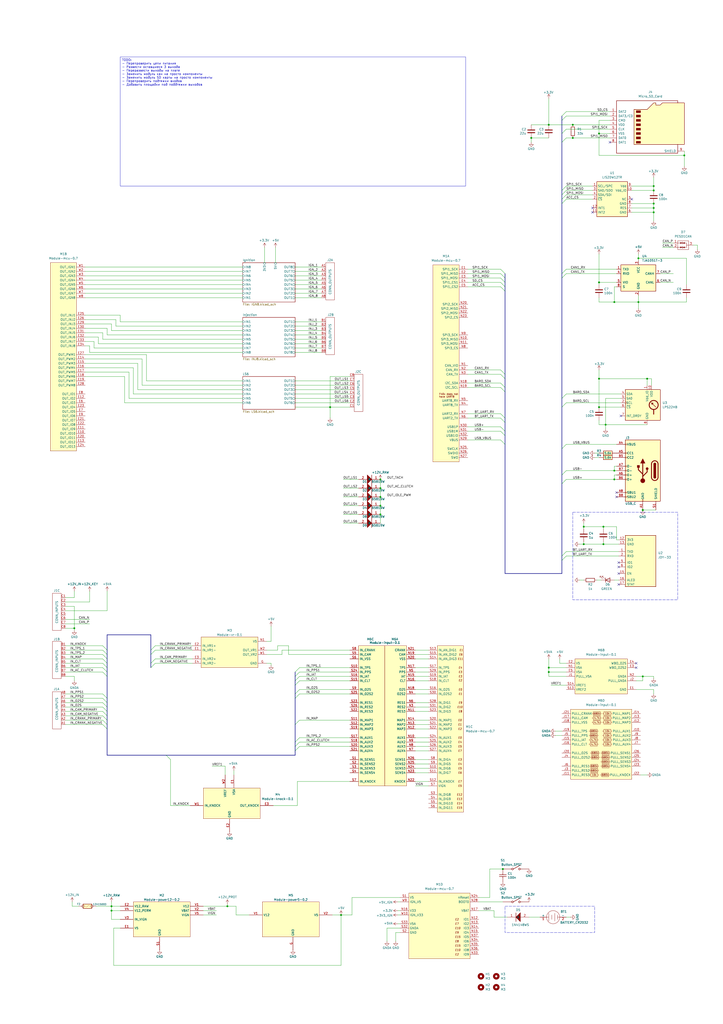
<source format=kicad_sch>
(kicad_sch (version 20250114) (generator "eeschema") (generator_version "9.0")
  (paper "A2" portrait)
  (rectangle (start 293.37 525.78) (end 345.44 541.02) (stroke (width 0) (type dash)))
  (rectangle (start 332.74 297.18) (end 393.7 347.98) (stroke (width 0) (type dash)))
  (text_box "TODO:\n- Перепроверить цепи питания\n- Развести оставшиеся 3 выхода\n- Переразвести выходы на плате\n- Заменить модуль кан на просто компоненты\n- Заменить модуль SD карты на просто компоненты\n- Перепроверить подтяжки входов\n- Добавить площадки под поддтяжки выходов" (at 69.85 33.02 0) (size 200.66 74.93) (margins 0.9525 0.9525 0.9525 0.9525) (effects (font (size 1.27 1.27)) (justify left top)))
  (junction (at 220.98 293.37))
  (junction (at 220.98 298.45))
  (junction (at 379.73 120.65))
  (junction (at 347.98 236.22))
  (junction (at 339.09 305.562))
  (junction (at 356.87 278.13))
  (junction (at 318.77 72.39))
  (junction (at 64.77 525.78))
  (junction (at 356.87 273.05))
  (junction (at 43.18 364.49))
  (junction (at 373.38 392.43))
  (junction (at 220.98 288.29))
  (junction (at 375.92 219.71))
  (junction (at 370.84 175.26))
  (junction (at 64.77 528.32))
  (junction (at 318.77 387.35))
  (junction (at 339.09 315.722))
  (junction (at 191.77 236.22))
  (junction (at 356.87 175.26))
  (junction (at 397.51 90.17))
  (junction (at 292.1 504.19))
  (junction (at 351.79 246.38))
  (junction (at 373.38 295.91) (diameter 1.016))
  (junction (at 350.52 305.562))
  (junction (at 332.74 80.01))
  (junction (at 347.98 77.47))
  (junction (at 347.98 219.71))
  (junction (at 132.08 525.78))
  (junction (at 379.73 118.11))
  (junction (at 379.73 110.49))
  (junction (at 220.98 278.13))
  (junction (at 379.73 107.95))
  (junction (at 347.98 163.83))
  (junction (at 318.77 389.89))
  (junction (at 350.52 315.722))
  (junction (at 198.12 530.86))
  (junction (at 220.98 283.21))
  (junction (at 308.61 80.01))
  (junction (at 379.73 123.19))
  (junction (at 332.74 72.39))
  (junction (at 370.84 149.86))
  (no_connect (at 359.41 339.09))
  (no_connect (at 369.57 387.35))
  (no_connect (at 369.57 384.81))
  (no_connect (at 359.41 332.74))
  (no_connect (at 344.17 123.19))
  (no_connect (at 344.17 120.65))
  (no_connect (at 359.41 326.39))
  (no_connect (at 354.33 82.55))
  (no_connect (at 367.03 115.57))
  (no_connect (at 358.14 285.75))
  (no_connect (at 359.41 328.93))
  (no_connect (at 360.68 241.3))
  (no_connect (at 358.14 288.29))
  (bus_entry (at 59.69 374.65) (size 2.54 2.54))
  (bus_entry (at 59.69 379.73) (size 2.54 2.54))
  (bus_entry (at 59.69 405.13) (size 2.54 2.54))
  (bus_entry (at 326.39 161.29) (size 2.54 -2.54))
  (bus_entry (at 90.17 377.19) (size -2.54 2.54))
  (bus_entry (at 290.83 217.17) (size 2.54 2.54))
  (bus_entry (at 173.99 387.35) (size -2.54 2.54))
  (bus_entry (at 326.39 110.49) (size 2.54 -2.54))
  (bus_entry (at 173.99 389.89) (size -2.54 2.54))
  (bus_entry (at 326.39 158.75) (size 2.54 -2.54))
  (bus_entry (at 173.99 392.43) (size -2.54 2.54))
  (bus_entry (at 326.39 69.85) (size 2.54 -2.54))
  (bus_entry (at 173.99 433.07) (size -2.54 2.54))
  (bus_entry (at 290.83 240.03) (size 2.54 2.54))
  (bus_entry (at 59.69 410.21) (size 2.54 2.54))
  (bus_entry (at 173.99 394.97) (size -2.54 2.54))
  (bus_entry (at 59.69 420.37) (size 2.54 2.54))
  (bus_entry (at 59.69 387.35) (size 2.54 2.54))
  (bus_entry (at 290.83 156.21) (size 2.54 2.54))
  (bus_entry (at 290.83 242.57) (size 2.54 2.54))
  (bus_entry (at 90.17 384.81) (size -2.54 2.54))
  (bus_entry (at 59.69 415.29) (size 2.54 2.54))
  (bus_entry (at 90.17 374.65) (size -2.54 2.54))
  (bus_entry (at 326.39 275.59) (size 2.54 -2.54))
  (bus_entry (at 290.83 255.27) (size 2.54 2.54))
  (bus_entry (at 328.93 322.58) (size -2.54 2.54))
  (bus_entry (at 326.39 82.55) (size 2.54 -2.54))
  (bus_entry (at 59.69 377.19) (size 2.54 2.54))
  (bus_entry (at 290.83 224.79) (size 2.54 2.54))
  (bus_entry (at 326.39 260.35) (size 2.54 -2.54))
  (bus_entry (at 290.83 158.75) (size 2.54 2.54))
  (bus_entry (at 326.39 67.31) (size 2.54 -2.54))
  (bus_entry (at 173.99 427.99) (size -2.54 2.54))
  (bus_entry (at 173.99 417.83) (size -2.54 2.54))
  (bus_entry (at 59.69 384.81) (size 2.54 2.54))
  (bus_entry (at 96.52 438.15) (size 2.54 2.54))
  (bus_entry (at 326.39 231.14) (size 2.54 -2.54))
  (bus_entry (at 173.99 402.59) (size -2.54 2.54))
  (bus_entry (at 90.17 382.27) (size -2.54 2.54))
  (bus_entry (at 326.39 280.67) (size 2.54 -2.54))
  (bus_entry (at 326.39 77.47) (size 2.54 -2.54))
  (bus_entry (at 59.69 402.59) (size 2.54 2.54))
  (bus_entry (at 290.83 222.25) (size 2.54 2.54))
  (bus_entry (at 326.39 236.22) (size 2.54 -2.54))
  (bus_entry (at 290.83 250.19) (size 2.54 2.54))
  (bus_entry (at 290.83 166.37) (size 2.54 2.54))
  (bus_entry (at 290.83 163.83) (size 2.54 2.54))
  (bus_entry (at 59.69 412.75) (size 2.54 2.54))
  (bus_entry (at 173.99 430.53) (size -2.54 2.54))
  (bus_entry (at 326.39 113.03) (size 2.54 -2.54))
  (bus_entry (at 59.69 382.27) (size 2.54 2.54))
  (bus_entry (at 173.99 400.05) (size -2.54 2.54))
  (bus_entry (at 59.69 417.83) (size 2.54 2.54))
  (bus_entry (at 328.93 320.04) (size -2.54 2.54))
  (bus_entry (at 326.39 118.11) (size 2.54 -2.54))
  (bus_entry (at 290.83 214.63) (size 2.54 2.54))
  (bus_entry (at 290.83 161.29) (size 2.54 2.54))
  (bus_entry (at 290.83 247.65) (size 2.54 2.54))
  (bus_entry (at 59.69 389.89) (size 2.54 2.54))
  (bus_entry (at 326.39 115.57) (size 2.54 -2.54))
  (bus_entry (at 59.69 407.67) (size 2.54 2.54))
  (wire (pts (xy 172.72 467.36) (xy 172.72 453.39)))
  (bus (pts (xy 62.23 389.89) (xy 62.23 392.43)))
  (bus (pts (xy 293.37 250.19) (xy 293.37 252.73)))
  (wire (pts (xy 130.81 449.58) (xy 130.81 444.5)))
  (wire (pts (xy 80.01 210.82) (xy 80.01 226.06)))
  (wire (pts (xy 157.48 363.22) (xy 157.48 372.11)))
  (wire (pts (xy 320.04 397.51) (xy 328.93 397.51)))
  (wire (pts (xy 332.74 72.39) (xy 354.33 72.39)))
  (wire (pts (xy 85.09 205.74) (xy 85.09 220.98)))
  (wire (pts (xy 38.1 387.35) (xy 59.69 387.35)))
  (bus (pts (xy 326.39 322.58) (xy 326.39 325.12)))
  (wire (pts (xy 57.15 199.39) (xy 140.97 199.39)))
  (wire (pts (xy 80.01 226.06) (xy 140.97 226.06)))
  (wire (pts (xy 74.93 215.9) (xy 74.93 231.14)))
  (bus (pts (xy 171.45 405.13) (xy 171.45 420.37)))
  (wire (pts (xy 64.77 191.77) (xy 64.77 187.96)))
  (wire (pts (xy 356.87 278.13) (xy 356.87 275.59)))
  (wire (pts (xy 308.61 80.01) (xy 318.77 80.01)))
  (wire (pts (xy 77.47 228.6) (xy 140.97 228.6)))
  (wire (pts (xy 271.78 255.27) (xy 290.83 255.27)))
  (wire (pts (xy 367.03 110.49) (xy 379.73 110.49)))
  (wire (pts (xy 328.93 156.21) (xy 358.14 156.21)))
  (wire (pts (xy 49.53 215.9) (xy 74.93 215.9)))
  (wire (pts (xy 62.23 190.5) (xy 49.53 190.5)))
  (wire (pts (xy 347.98 163.83) (xy 347.98 165.1)))
  (wire (pts (xy 241.3 379.73) (xy 248.92 379.73)))
  (wire (pts (xy 38.1 351.79) (xy 43.18 351.79)))
  (wire (pts (xy 38.1 405.13) (xy 59.69 405.13)))
  (wire (pts (xy 328.93 67.31) (xy 354.33 67.31)))
  (wire (pts (xy 38.1 392.43) (xy 43.18 392.43)))
  (bus (pts (xy 171.45 430.53) (xy 171.45 433.07)))
  (wire (pts (xy 173.99 430.53) (xy 203.2 430.53)))
  (bus (pts (xy 171.45 389.89) (xy 171.45 392.43)))
  (wire (pts (xy 350.52 314.452) (xy 350.52 315.722)))
  (wire (pts (xy 347.98 214.63) (xy 347.98 219.71)))
  (bus (pts (xy 62.23 405.13) (xy 62.23 407.67)))
  (wire (pts (xy 123.19 444.5) (xy 130.81 444.5)))
  (wire (pts (xy 74.93 231.14) (xy 140.97 231.14)))
  (wire (pts (xy 67.31 189.23) (xy 140.97 189.23)))
  (wire (pts (xy 328.93 320.04) (xy 359.41 320.04)))
  (wire (pts (xy 241.3 433.07) (xy 248.92 433.07)))
  (wire (pts (xy 241.3 448.31) (xy 248.92 448.31)))
  (bus (pts (xy 293.37 219.71) (xy 293.37 224.79)))
  (wire (pts (xy 220.98 278.13) (xy 220.98 283.21)))
  (wire (pts (xy 271.78 161.29) (xy 290.83 161.29)))
  (wire (pts (xy 347.98 219.71) (xy 375.92 219.71)))
  (wire (pts (xy 370.84 149.86) (xy 398.78 149.86)))
  (wire (pts (xy 350.52 315.722) (xy 359.41 315.722)))
  (wire (pts (xy 347.98 246.38) (xy 351.79 246.38)))
  (wire (pts (xy 351.79 246.38) (xy 351.79 248.92)))
  (bus (pts (xy 87.63 368.3) (xy 62.23 368.3)))
  (wire (pts (xy 383.54 163.83) (xy 391.16 163.83)))
  (wire (pts (xy 64.77 528.32) (xy 64.77 525.78)))
  (bus (pts (xy 326.39 67.31) (xy 326.39 69.85)))
  (wire (pts (xy 64.77 533.4) (xy 64.77 528.32)))
  (wire (pts (xy 171.45 231.14) (xy 203.2 231.14)))
  (wire (pts (xy 241.3 377.19) (xy 248.92 377.19)))
  (bus (pts (xy 87.63 377.19) (xy 87.63 368.3)))
  (wire (pts (xy 43.18 351.79) (xy 43.18 364.49)))
  (wire (pts (xy 284.48 520.7) (xy 284.48 504.19)))
  (wire (pts (xy 375.92 449.58) (xy 372.11 449.58)))
  (wire (pts (xy 38.1 374.65) (xy 59.69 374.65)))
  (wire (pts (xy 135.89 449.58) (xy 135.89 447.04)))
  (wire (pts (xy 328.93 392.43) (xy 318.77 392.43)))
  (wire (pts (xy 241.3 407.67) (xy 248.92 407.67)))
  (wire (pts (xy 43.18 364.49) (xy 43.18 365.76)))
  (wire (pts (xy 278.13 520.7) (xy 284.48 520.7)))
  (bus (pts (xy 62.23 438.15) (xy 96.52 438.15)))
  (wire (pts (xy 367.03 118.11) (xy 379.73 118.11)))
  (wire (pts (xy 173.99 433.07) (xy 203.2 433.07)))
  (wire (pts (xy 367.03 120.65) (xy 379.73 120.65)))
  (bus (pts (xy 171.45 402.59) (xy 171.45 405.13)))
  (bus (pts (xy 326.39 231.14) (xy 326.39 236.22)))
  (bus (pts (xy 171.45 433.07) (xy 171.45 435.61)))
  (wire (pts (xy 69.85 533.4) (xy 64.77 533.4)))
  (bus (pts (xy 62.23 384.81) (xy 62.23 387.35)))
  (wire (pts (xy 318.77 72.39) (xy 318.77 57.15)))
  (wire (pts (xy 339.09 305.562) (xy 350.52 305.562)))
  (bus (pts (xy 326.39 236.22) (xy 326.39 260.35)))
  (wire (pts (xy 231.14 523.24) (xy 232.41 523.24)))
  (wire (pts (xy 331.47 532.13) (xy 328.93 532.13)))
  (wire (pts (xy 171.45 157.48) (xy 186.69 157.48)))
  (wire (pts (xy 208.28 288.29) (xy 199.39 288.29)))
  (wire (pts (xy 271.78 166.37) (xy 290.83 166.37)))
  (wire (pts (xy 137.16 530.86) (xy 144.78 530.86)))
  (wire (pts (xy 153.67 143.51) (xy 153.67 152.4)))
  (wire (pts (xy 49.53 185.42) (xy 67.31 185.42)))
  (wire (pts (xy 82.55 223.52) (xy 140.97 223.52)))
  (bus (pts (xy 293.37 166.37) (xy 293.37 168.91)))
  (wire (pts (xy 49.53 157.48) (xy 140.97 157.48)))
  (wire (pts (xy 397.51 90.17) (xy 397.51 87.63)))
  (wire (pts (xy 163.83 379.73) (xy 154.94 379.73)))
  (wire (pts (xy 241.3 389.89) (xy 248.92 389.89)))
  (wire (pts (xy 140.97 233.68) (xy 72.39 233.68)))
  (wire (pts (xy 241.3 400.05) (xy 248.92 400.05)))
  (wire (pts (xy 241.3 402.59) (xy 248.92 402.59)))
  (bus (pts (xy 326.39 260.35) (xy 326.39 275.59)))
  (bus (pts (xy 96.52 438.15) (xy 171.45 438.15)))
  (wire (pts (xy 203.2 377.19) (xy 163.83 377.19)))
  (wire (pts (xy 367.03 107.95) (xy 379.73 107.95)))
  (wire (pts (xy 271.78 217.17) (xy 290.83 217.17)))
  (wire (pts (xy 328.93 273.05) (xy 356.87 273.05)))
  (wire (pts (xy 229.87 546.1) (xy 229.87 541.02)))
  (wire (pts (xy 347.98 163.83) (xy 347.98 147.32)))
  (wire (pts (xy 339.09 314.452) (xy 339.09 315.722)))
  (wire (pts (xy 193.04 530.86) (xy 198.12 530.86)))
  (bus (pts (xy 62.23 377.19) (xy 62.23 379.73)))
  (wire (pts (xy 64.77 187.96) (xy 49.53 187.96)))
  (wire (pts (xy 345.44 262.89) (xy 347.98 262.89)))
  (wire (pts (xy 85.09 220.98) (xy 140.97 220.98)))
  (wire (pts (xy 318.77 392.43) (xy 318.77 389.89)))
  (wire (pts (xy 66.04 560.07) (xy 66.04 538.48)))
  (wire (pts (xy 398.78 149.86) (xy 398.78 165.1)))
  (bus (pts (xy 326.39 280.67) (xy 326.39 322.58)))
  (wire (pts (xy 241.3 445.77) (xy 248.92 445.77)))
  (wire (pts (xy 171.45 236.22) (xy 191.77 236.22)))
  (wire (pts (xy 67.31 189.23) (xy 67.31 185.42)))
  (wire (pts (xy 308.61 72.39) (xy 318.77 72.39)))
  (wire (pts (xy 220.98 283.21) (xy 220.98 288.29)))
  (wire (pts (xy 49.53 210.82) (xy 80.01 210.82)))
  (wire (pts (xy 49.53 208.28) (xy 82.55 208.28)))
  (wire (pts (xy 356.87 273.05) (xy 356.87 270.51)))
  (wire (pts (xy 171.45 233.68) (xy 203.2 233.68)))
  (wire (pts (xy 360.68 231.14) (xy 351.79 231.14)))
  (wire (pts (xy 278.13 523.24) (xy 292.1 523.24)))
  (bus (pts (xy 326.39 82.55) (xy 326.39 110.49)))
  (wire (pts (xy 232.41 535.94) (xy 231.14 535.94)))
  (wire (pts (xy 64.77 525.78) (xy 69.85 525.78)))
  (wire (pts (xy 347.98 175.26) (xy 356.87 175.26)))
  (wire (pts (xy 59.69 412.75) (xy 38.1 412.75)))
  (wire (pts (xy 381 295.91) (xy 373.38 295.91)))
  (wire (pts (xy 173.99 394.97) (xy 203.2 394.97)))
  (wire (pts (xy 405.13 142.24) (xy 405.13 144.78)))
  (wire (pts (xy 64.77 191.77) (xy 140.97 191.77)))
  (wire (pts (xy 157.48 384.81) (xy 157.48 386.08)))
  (wire (pts (xy 59.69 193.04) (xy 49.53 193.04)))
  (wire (pts (xy 354.33 69.85) (xy 347.98 69.85)))
  (wire (pts (xy 384.81 140.97) (xy 391.16 140.97)))
  (bus (pts (xy 293.37 242.57) (xy 293.37 245.11)))
  (wire (pts (xy 379.73 110.49) (xy 379.73 107.95)))
  (wire (pts (xy 38.1 417.83) (xy 59.69 417.83)))
  (wire (pts (xy 347.98 236.22) (xy 347.98 219.71)))
  (wire (pts (xy 132.08 525.78) (xy 137.16 525.78)))
  (wire (pts (xy 241.3 443.23) (xy 248.92 443.23)))
  (wire (pts (xy 54.61 201.93) (xy 54.61 198.12)))
  (wire (pts (xy 137.16 525.78) (xy 137.16 530.86)))
  (wire (pts (xy 204.47 530.86) (xy 198.12 530.86)))
  (bus (pts (xy 62.23 415.29) (xy 62.23 417.83)))
  (wire (pts (xy 271.78 247.65) (xy 290.83 247.65)))
  (wire (pts (xy 358.14 278.13) (xy 356.87 278.13)))
  (bus (pts (xy 293.37 227.33) (xy 293.37 242.57)))
  (wire (pts (xy 62.23 194.31) (xy 62.23 190.5)))
  (wire (pts (xy 379.73 123.19) (xy 379.73 128.27)))
  (wire (pts (xy 224.79 538.48) (xy 224.79 546.1)))
  (wire (pts (xy 271.78 156.21) (xy 290.83 156.21)))
  (wire (pts (xy 336.55 336.55) (xy 339.09 336.55)))
  (wire (pts (xy 43.18 392.43) (xy 43.18 394.97)))
  (wire (pts (xy 57.15 199.39) (xy 57.15 195.58)))
  (wire (pts (xy 38.1 410.21) (xy 59.69 410.21)))
  (wire (pts (xy 132.08 524.51) (xy 132.08 525.78)))
  (wire (pts (xy 52.07 204.47) (xy 140.97 204.47)))
  (bus (pts (xy 62.23 382.27) (xy 62.23 384.81)))
  (wire (pts (xy 49.53 213.36) (xy 77.47 213.36)))
  (wire (pts (xy 90.17 374.65) (xy 111.76 374.65)))
  (wire (pts (xy 38.1 402.59) (xy 59.69 402.59)))
  (bus (pts (xy 326.39 77.47) (xy 326.39 82.55)))
  (wire (pts (xy 171.45 228.6) (xy 203.2 228.6)))
  (wire (pts (xy 154.94 384.81) (xy 157.48 384.81)))
  (wire (pts (xy 356.87 166.37) (xy 356.87 175.26)))
  (wire (pts (xy 241.3 440.69) (xy 248.92 440.69)))
  (wire (pts (xy 328.93 80.01) (xy 332.74 80.01)))
  (wire (pts (xy 241.3 420.37) (xy 248.92 420.37)))
  (wire (pts (xy 38.1 364.49) (xy 43.18 364.49)))
  (wire (pts (xy 241.3 455.93) (xy 248.92 455.93)))
  (bus (pts (xy 62.23 420.37) (xy 62.23 422.91)))
  (wire (pts (xy 173.99 400.05) (xy 203.2 400.05)))
  (wire (pts (xy 241.3 410.21) (xy 248.92 410.21)))
  (wire (pts (xy 171.45 154.94) (xy 186.69 154.94)))
  (wire (pts (xy 271.78 163.83) (xy 290.83 163.83)))
  (wire (pts (xy 220.98 293.37) (xy 220.98 298.45)))
  (wire (pts (xy 308.61 80.01) (xy 308.61 82.55)))
  (bus (pts (xy 326.39 113.03) (xy 326.39 115.57)))
  (wire (pts (xy 69.85 182.88) (xy 49.53 182.88)))
  (wire (pts (xy 241.3 382.27) (xy 248.92 382.27)))
  (wire (pts (xy 204.47 520.7) (xy 204.47 530.86)))
  (wire (pts (xy 287.02 532.13) (xy 287.02 528.32)))
  (wire (pts (xy 99.06 440.69) (xy 99.06 467.36)))
  (wire (pts (xy 220.98 288.29) (xy 220.98 293.37)))
  (wire (pts (xy 49.53 170.18) (xy 140.97 170.18)))
  (wire (pts (xy 203.2 402.59) (xy 173.99 402.59)))
  (wire (pts (xy 347.98 77.47) (xy 354.33 77.47)))
  (wire (pts (xy 161.29 377.19) (xy 161.29 374.65)))
  (wire (pts (xy 69.85 186.69) (xy 140.97 186.69)))
  (wire (pts (xy 52.07 204.47) (xy 52.07 200.66)))
  (wire (pts (xy 41.91 525.78) (xy 45.72 525.78)))
  (wire (pts (xy 350.52 305.562) (xy 350.52 306.832)))
  (bus (pts (xy 171.45 392.43) (xy 171.45 394.97)))
  (bus (pts (xy 62.23 379.73) (xy 62.23 382.27)))
  (wire (pts (xy 370.84 171.45) (xy 370.84 175.26)))
  (wire (pts (xy 171.45 162.56) (xy 186.69 162.56)))
  (wire (pts (xy 172.72 453.39) (xy 203.2 453.39)))
  (wire (pts (xy 191.77 218.44) (xy 191.77 236.22)))
  (wire (pts (xy 241.3 422.91) (xy 248.92 422.91)))
  (wire (pts (xy 43.18 346.71) (xy 43.18 342.9)))
  (bus (pts (xy 293.37 163.83) (xy 293.37 166.37)))
  (wire (pts (xy 241.3 430.53) (xy 248.92 430.53)))
  (bus (pts (xy 87.63 384.81) (xy 87.63 379.73)))
  (wire (pts (xy 402.59 142.24) (xy 405.13 142.24)))
  (wire (pts (xy 322.58 424.18) (xy 326.39 424.18)))
  (wire (pts (xy 69.85 186.69) (xy 69.85 182.88)))
  (wire (pts (xy 347.98 172.72) (xy 347.98 175.26)))
  (wire (pts (xy 171.45 160.02) (xy 186.69 160.02)))
  (wire (pts (xy 284.48 504.19) (xy 292.1 504.19)))
  (wire (pts (xy 59.69 196.85) (xy 59.69 193.04)))
  (wire (pts (xy 332.74 80.01) (xy 354.33 80.01)))
  (wire (pts (xy 171.45 220.98) (xy 203.2 220.98)))
  (wire (pts (xy 231.14 530.86) (xy 232.41 530.86)))
  (wire (pts (xy 171.45 172.72) (xy 186.69 172.72)))
  (wire (pts (xy 271.78 214.63) (xy 290.83 214.63)))
  (wire (pts (xy 271.78 222.25) (xy 290.83 222.25)))
  (wire (pts (xy 49.53 172.72) (xy 140.97 172.72)))
  (wire (pts (xy 171.45 226.06) (xy 203.2 226.06)))
  (wire (pts (xy 59.69 196.85) (xy 140.97 196.85)))
  (wire (pts (xy 171.45 199.39) (xy 186.69 199.39)))
  (wire (pts (xy 358.14 313.182) (xy 358.14 305.562)))
  (wire (pts (xy 241.3 453.39) (xy 248.92 453.39)))
  (wire (pts (xy 328.93 64.77) (xy 354.33 64.77)))
  (bus (pts (xy 62.23 422.91) (xy 62.23 438.15)))
  (wire (pts (xy 232.41 520.7) (xy 204.47 520.7)))
  (bus (pts (xy 293.37 332.74) (xy 326.39 332.74)))
  (wire (pts (xy 350.52 305.562) (xy 358.14 305.562)))
  (wire (pts (xy 345.44 265.43) (xy 347.98 265.43)))
  (wire (pts (xy 318.77 72.39) (xy 332.74 72.39)))
  (wire (pts (xy 328.93 107.95) (xy 344.17 107.95)))
  (wire (pts (xy 379.73 392.43) (xy 379.73 393.7)))
  (wire (pts (xy 171.45 165.1) (xy 186.69 165.1)))
  (wire (pts (xy 77.47 213.36) (xy 77.47 228.6)))
  (wire (pts (xy 360.68 236.22) (xy 347.98 236.22)))
  (wire (pts (xy 203.2 392.43) (xy 173.99 392.43)))
  (wire (pts (xy 328.93 158.75) (xy 358.14 158.75)))
  (wire (pts (xy 38.1 377.19) (xy 59.69 377.19)))
  (bus (pts (xy 326.39 158.75) (xy 326.39 161.29)))
  (wire (pts (xy 82.55 208.28) (xy 82.55 223.52)))
  (wire (pts (xy 347.98 90.17) (xy 397.51 90.17)))
  (wire (pts (xy 229.87 541.02) (xy 232.41 541.02)))
  (wire (pts (xy 38.1 407.67) (xy 59.69 407.67)))
  (wire (pts (xy 328.93 228.6) (xy 360.68 228.6)))
  (bus (pts (xy 293.37 161.29) (xy 293.37 163.83)))
  (wire (pts (xy 369.57 400.05) (xy 379.73 400.05)))
  (wire (pts (xy 358.14 163.83) (xy 347.98 163.83)))
  (wire (pts (xy 358.14 270.51) (xy 356.87 270.51)))
  (wire (pts (xy 339.09 305.562) (xy 339.09 306.832)))
  (wire (pts (xy 49.53 160.02) (xy 140.97 160.02)))
  (wire (pts (xy 287.02 532.13) (xy 294.64 532.13)))
  (wire (pts (xy 171.45 201.93) (xy 186.69 201.93)))
  (wire (pts (xy 271.78 240.03) (xy 290.83 240.03)))
  (wire (pts (xy 191.77 236.22) (xy 203.2 236.22)))
  (wire (pts (xy 160.02 143.51) (xy 160.02 152.4)))
  (wire (pts (xy 64.77 523.24) (xy 64.77 525.78)))
  (wire (pts (xy 379.73 120.65) (xy 379.73 123.19)))
  (wire (pts (xy 328.93 115.57) (xy 344.17 115.57)))
  (wire (pts (xy 158.75 467.36) (xy 172.72 467.36)))
  (bus (pts (xy 326.39 275.59) (xy 326.39 280.67)))
  (wire (pts (xy 339.09 303.53) (xy 339.09 305.562)))
  (wire (pts (xy 191.77 236.22) (xy 191.77 242.57)))
  (wire (pts (xy 346.71 336.55) (xy 349.25 336.55)))
  (bus (pts (xy 171.45 394.97) (xy 171.45 397.51)))
  (wire (pts (xy 38.1 346.71) (xy 43.18 346.71)))
  (wire (pts (xy 49.53 162.56) (xy 140.97 162.56)))
  (wire (pts (xy 41.91 523.24) (xy 41.91 525.78)))
  (wire (pts (xy 232.41 528.32) (xy 231.14 528.32)))
  (wire (pts (xy 198.12 560.07) (xy 66.04 560.07)))
  (bus (pts (xy 326.39 115.57) (xy 326.39 118.11)))
  (wire (pts (xy 318.77 389.89) (xy 318.77 387.35)))
  (wire (pts (xy 351.79 246.38) (xy 375.92 246.38)))
  (wire (pts (xy 208.28 303.53) (xy 199.39 303.53)))
  (wire (pts (xy 72.39 233.68) (xy 72.39 218.44)))
  (wire (pts (xy 59.69 384.81) (xy 38.1 384.81)))
  (bus (pts (xy 326.39 118.11) (xy 326.39 158.75)))
  (wire (pts (xy 203.2 417.83) (xy 173.99 417.83)))
  (bus (pts (xy 62.23 392.43) (xy 62.23 405.13)))
  (wire (pts (xy 173.99 389.89) (xy 203.2 389.89)))
  (wire (pts (xy 90.17 384.81) (xy 111.76 384.81)))
  (wire (pts (xy 171.45 191.77) (xy 186.69 191.77)))
  (wire (pts (xy 241.3 394.97) (xy 248.92 394.97)))
  (wire (pts (xy 318.77 382.27) (xy 318.77 387.35)))
  (wire (pts (xy 72.39 218.44) (xy 49.53 218.44)))
  (wire (pts (xy 163.83 377.19) (xy 163.83 379.73)))
  (wire (pts (xy 90.17 377.19) (xy 111.76 377.19)))
  (wire (pts (xy 171.45 167.64) (xy 186.69 167.64)))
  (bus (pts (xy 293.37 168.91) (xy 293.37 217.17)))
  (wire (pts (xy 154.94 372.11) (xy 157.48 372.11)))
  (wire (pts (xy 171.45 196.85) (xy 186.69 196.85)))
  (wire (pts (xy 62.23 354.33) (xy 38.1 354.33)))
  (wire (pts (xy 167.64 374.65) (xy 167.64 379.73)))
  (wire (pts (xy 173.99 427.99) (xy 203.2 427.99)))
  (wire (pts (xy 203.2 218.44) (xy 191.77 218.44)))
  (bus (pts (xy 293.37 252.73) (xy 293.37 257.81)))
  (wire (pts (xy 171.45 170.18) (xy 186.69 170.18)))
  (wire (pts (xy 49.53 167.64) (xy 140.97 167.64)))
  (wire (pts (xy 313.69 532.13) (xy 307.34 532.13)))
  (wire (pts (xy 208.28 298.45) (xy 199.39 298.45)))
  (wire (pts (xy 367.03 123.19) (xy 379.73 123.19)))
  (wire (pts (xy 328.93 384.81) (xy 325.12 384.81)))
  (wire (pts (xy 54.61 198.12) (xy 49.53 198.12)))
  (bus (pts (xy 293.37 224.79) (xy 293.37 227.33)))
  (bus (pts (xy 62.23 410.21) (xy 62.23 412.75)))
  (wire (pts (xy 38.1 382.27) (xy 59.69 382.27)))
  (bus (pts (xy 326.39 161.29) (xy 326.39 231.14)))
  (wire (pts (xy 52.07 200.66) (xy 49.53 200.66)))
  (wire (pts (xy 356.87 336.55) (xy 359.41 336.55)))
  (bus (pts (xy 293.37 245.11) (xy 293.37 250.19)))
  (wire (pts (xy 383.54 158.75) (xy 391.16 158.75)))
  (wire (pts (xy 328.93 322.58) (xy 359.41 322.58)))
  (wire (pts (xy 328.93 257.81) (xy 358.14 257.81)))
  (wire (pts (xy 171.45 223.52) (xy 203.2 223.52)))
  (wire (pts (xy 325.12 382.27) (xy 325.12 384.81)))
  (wire (pts (xy 397.51 90.17) (xy 397.51 96.52)))
  (wire (pts (xy 49.53 154.94) (xy 140.97 154.94)))
  (wire (pts (xy 328.93 110.49) (xy 344.17 110.49)))
  (wire (pts (xy 49.53 165.1) (xy 140.97 165.1)))
  (wire (pts (xy 336.55 315.722) (xy 339.09 315.722)))
  (wire (pts (xy 398.78 175.26) (xy 370.84 175.26)))
  (wire (pts (xy 375.92 219.71) (xy 378.46 219.71)))
  (wire (pts (xy 54.61 201.93) (xy 140.97 201.93)))
  (wire (pts (xy 241.3 387.35) (xy 248.92 387.35)))
  (wire (pts (xy 38.1 361.95) (xy 52.07 361.95)))
  (wire (pts (xy 369.57 394.97) (xy 373.38 394.97)))
  (wire (pts (xy 378.46 223.52) (xy 378.46 219.71)))
  (wire (pts (xy 347.98 243.84) (xy 347.98 246.38)))
  (bus (pts (xy 87.63 379.73) (xy 87.63 377.19)))
  (wire (pts (xy 241.3 412.75) (xy 248.92 412.75)))
  (wire (pts (xy 287.02 528.32) (xy 278.13 528.32)))
  (wire (pts (xy 359.41 313.182) (xy 358.14 313.182)))
  (wire (pts (xy 384.81 143.51) (xy 391.16 143.51)))
  (wire (pts (xy 99.06 467.36) (xy 110.49 467.36)))
  (bus (pts (xy 293.37 257.81) (xy 293.37 332.74)))
  (wire (pts (xy 62.23 342.9) (xy 62.23 354.33)))
  (wire (pts (xy 379.73 107.95) (xy 379.73 102.87)))
  (wire (pts (xy 328.93 233.68) (xy 360.68 233.68)))
  (wire (pts (xy 358.14 166.37) (xy 356.87 166.37)))
  (wire (pts (xy 69.85 528.32) (xy 64.77 528.32)))
  (wire (pts (xy 232.41 538.48) (xy 224.79 538.48)))
  (wire (pts (xy 118.11 528.32) (xy 125.73 528.32)))
  (wire (pts (xy 241.3 427.99) (xy 248.92 427.99)))
  (wire (pts (xy 351.79 231.14) (xy 351.79 246.38)))
  (bus (pts (xy 62.23 407.67) (xy 62.23 410.21)))
  (wire (pts (xy 171.45 186.69) (xy 186.69 186.69)))
  (wire (pts (xy 339.09 315.722) (xy 350.52 315.722)))
  (wire (pts (xy 38.1 415.29) (xy 59.69 415.29)))
  (wire (pts (xy 241.3 392.43) (xy 248.92 392.43)))
  (wire (pts (xy 38.1 420.37) (xy 59.69 420.37)))
  (wire (pts (xy 369.57 392.43) (xy 373.38 392.43)))
  (wire (pts (xy 328.93 113.03) (xy 344.17 113.03)))
  (wire (pts (xy 379.73 400.05) (xy 379.73 402.59)))
  (wire (pts (xy 173.99 387.35) (xy 203.2 387.35)))
  (wire (pts (xy 358.14 273.05) (xy 356.87 273.05)))
  (bus (pts (xy 326.39 325.12) (xy 326.39 332.74)))
  (wire (pts (xy 198.12 530.86) (xy 198.12 560.07)))
  (wire (pts (xy 322.58 426.72) (xy 326.39 426.72)))
  (bus (pts (xy 171.45 435.61) (xy 171.45 438.15)))
  (wire (pts (xy 208.28 278.13) (xy 199.39 278.13)))
  (bus (pts (xy 62.23 417.83) (xy 62.23 420.37)))
  (wire (pts (xy 318.77 387.35) (xy 328.93 387.35)))
  (wire (pts (xy 398.78 172.72) (xy 398.78 175.26)))
  (wire (pts (xy 271.78 224.79) (xy 290.83 224.79)))
  (wire (pts (xy 373.38 394.97) (xy 373.38 392.43)))
  (wire (pts (xy 38.1 389.89) (xy 59.69 389.89)))
  (wire (pts (xy 118.11 525.78) (xy 132.08 525.78)))
  (wire (pts (xy 375.92 223.52) (xy 375.92 219.71)))
  (wire (pts (xy 38.1 359.41) (xy 52.07 359.41)))
  (wire (pts (xy 271.78 250.19) (xy 290.83 250.19)))
  (wire (pts (xy 328.93 74.93) (xy 354.33 74.93)))
  (wire (pts (xy 347.98 77.47) (xy 347.98 90.17)))
  (wire (pts (xy 55.88 525.78) (xy 64.77 525.78)))
  (wire (pts (xy 220.98 298.45) (xy 220.98 303.53)))
  (wire (pts (xy 161.29 374.65) (xy 167.64 374.65)))
  (bus (pts (xy 62.23 368.3) (xy 62.23 377.19)))
  (wire (pts (xy 62.23 194.31) (xy 140.97 194.31)))
  (wire (pts (xy 59.69 379.73) (xy 38.1 379.73)))
  (wire (pts (xy 66.04 538.48) (xy 69.85 538.48)))
  (wire (pts (xy 171.45 189.23) (xy 186.69 189.23)))
  (wire (pts (xy 271.78 158.75) (xy 290.83 158.75)))
  (wire (pts (xy 241.3 435.61) (xy 248.92 435.61)))
  (bus (pts (xy 326.39 110.49) (xy 326.39 113.03)))
  (wire (pts (xy 154.94 377.19) (xy 161.29 377.19)))
  (bus (pts (xy 293.37 217.17) (xy 293.37 219.71)))
  (bus (pts (xy 326.39 69.85) (xy 326.39 77.47)))
  (wire (pts (xy 271.78 242.57) (xy 290.83 242.57)))
  (wire (pts (xy 52.07 349.25) (xy 52.07 342.9)))
  (wire (pts (xy 241.3 417.83) (xy 248.92 417.83)))
  (wire (pts (xy 356.87 175.26) (xy 370.84 175.26)))
  (wire (pts (xy 49.53 205.74) (xy 85.09 205.74)))
  (bus (pts (xy 62.23 412.75) (xy 62.23 415.29)))
  (wire (pts (xy 171.45 194.31) (xy 186.69 194.31)))
  (wire (pts (xy 208.28 293.37) (xy 199.39 293.37)))
  (wire (pts (xy 38.1 349.25) (xy 52.07 349.25)))
  (bus (pts (xy 171.45 420.37) (xy 171.45 430.53)))
  (bus (pts (xy 171.45 397.51) (xy 171.45 402.59)))
  (wire (pts (xy 370.84 147.32) (xy 370.84 149.86)))
  (wire (pts (xy 373.38 392.43) (xy 379.73 392.43)))
  (wire (pts (xy 208.28 283.21) (xy 199.39 283.21)))
  (wire (pts (xy 358.14 275.59) (xy 356.87 275.59)))
  (wire (pts (xy 167.64 379.73) (xy 203.2 379.73)))
  (bus (pts (xy 62.23 387.35) (xy 62.23 389.89)))
  (wire (pts (xy 328.93 389.89) (xy 318.77 389.89)))
  (bus (pts (xy 87.63 387.35) (xy 87.63 384.81)))
  (wire (pts (xy 328.93 278.13) (xy 356.87 278.13)))
  (wire (pts (xy 379.73 118.11) (xy 379.73 120.65)))
  (wire (pts (xy 57.15 195.58) (xy 49.53 195.58)))
  (wire (pts (xy 347.98 69.85) (xy 347.98 77.47)))
  (wire (pts (xy 90.17 382.27) (xy 111.76 382.27)))
  (wire (pts (xy 370.84 175.26) (xy 370.84 179.07)))
  (wire (pts (xy 118.11 530.86) (xy 125.73 530.86)))
  (bus (pts (xy 293.37 158.75) (xy 293.37 161.29)))
  (wire (pts (xy 171.45 204.47) (xy 186.69 204.47)))
  (wire (pts (xy 370.84 149.86) (xy 370.84 151.13)))
  (label "IN_O2S2" (at 177.8 402.59 0))
  (label "SPI1_SCK" (at 274.32 156.21 0))
  (label "IN_CAM_NEGATIVE" (at 92.71 384.81 0))
  (label "USB-" (at 332.74 273.05 0))
  (label "IN_O2S2" (at 40.64 407.67 0))
  (label "IN_PPS2" (at 177.8 433.07 0))
  (label "OUT_LS4" (at 199.39 293.37 0))
  (label "IN_MAP" (at 40.64 382.27 0))
  (label "OUT_TACH" (at 224.79 278.13 0))
  (label "INJ_8" (at 179.07 204.47 0))
  (label "INJ_7" (at 179.07 201.93 0))
  (label "OUT_LS1" (at 194.31 220.98 0))
  (label "IN_AC_CLUTCH" (at 40.64 389.89 0))
  (label "IN_KNOCK" (at 100.33 467.36 0))
  (label "SPI1_MOSI" (at 353.06 67.31 180))
  (label "BARO_SDA" (at 332.74 228.6 0))
  (label "USB+" (at 332.74 278.13 0))
  (label "IN_PPS1" (at 40.64 402.59 0))
  (label "IGN_4" (at 179.07 162.56 0))
  (label "USB_VBUS" (at 332.74 257.81 0))
  (label "BT_UART_RX" (at 275.59 240.03 0))
  (label "OUT_AC_CLUTCH" (at 224.79 283.21 0))
  (label "INJ_5" (at 179.07 196.85 0))
  (label "VREF1" (at 123.19 444.5 0))
  (label "INJ_3" (at 179.07 191.77 0))
  (label "VIGN" (at 241.3 455.93 0))
  (label "CAN1_RX" (at 275.59 214.63 0))
  (label "SPI1_MOSI" (at 274.32 161.29 0))
  (label "IN_KNOCK" (at 40.64 374.65 0))
  (label "SPI1_MISO" (at 353.06 80.01 180))
  (label "CAN1_TX" (at 331.47 158.75 0))
  (label "OUT_LS5" (at 194.31 231.14 0))
  (label "OUT_LS4" (at 194.1498 228.6 0))
  (label "BT_UART_TX" (at 332.74 322.58 0))
  (label "SPI1_MOSI" (at 328.93 113.03 0))
  (label "VREF1" (at 320.04 397.51 0))
  (label "OUT_LS3" (at 194.2176 226.06 0))
  (label "IN_CRANK_NEGATIVE" (at 92.71 377.19 0))
  (label "IN_MAP" (at 177.8 417.83 0))
  (label "IN_CLT" (at 40.64 384.81 0))
  (label "IN_IAT" (at 40.64 387.35 0))
  (label "IGN_8" (at 179.07 172.72 0))
  (label "BARO_SCL" (at 275.59 224.79 0))
  (label "OUT_LS2" (at 194.2693 223.52 0))
  (label "IN_TPS_1" (at 40.64 377.19 0))
  (label "INJ_4" (at 179.07 194.31 0))
  (label "IN_PPS1" (at 177.8 389.89 0))
  (label "CAN_P" (at 384.81 140.97 0))
  (label "IN_TPS_1" (at 177.8 387.35 0))
  (label "INJ_1" (at 179.07 186.69 0))
  (label "OUT_LS5" (at 199.39 298.45 0))
  (label "CAN_P" (at 383.54 158.75 0))
  (label "IN_CRANK_NEGATIVE" (at 40.64 420.37 0))
  (label "IN_IAT" (at 177.8 392.43 0))
  (label "CAN_N" (at 45.72 359.41 0))
  (label "IN_CAM_NEGATIVE" (at 40.64 415.29 0))
  (label "OUT_LS3" (at 199.39 288.29 0))
  (label "USB_VBUS" (at 275.59 255.27 0))
  (label "USB+" (at 275.59 247.65 0))
  (label "IN_TPS_2" (at 40.64 379.73 0))
  (label "CAN1_TX" (at 275.59 217.17 0))
  (label "IN_O2S" (at 40.64 410.21 0))
  (label "SD_CS" (at 274.32 163.83 0))
  (label "SPI1_MISO" (at 328.93 110.49 0))
  (label "IN_TPS_2" (at 177.8 427.99 0))
  (label "IN_AC_CLUTCH" (at 177.8 430.53 0))
  (label "SPI1_SCK" (at 328.93 107.95 0))
  (label "IGN_2" (at 179.07 157.48 0))
  (label "BT_UART_RX" (at 332.74 320.04 0))
  (label "ACC_CS" (at 328.93 115.57 0))
  (label "VBAT" (at 120.65 528.32 0))
  (label "CAN1_RX" (at 331.47 156.21 0))
  (label "IN_PPS2" (at 40.64 405.13 0))
  (label "IGN_1" (at 179.07 154.94 0))
  (label "IGN_5" (at 179.07 165.1 0))
  (label "IN_CAM_PRIMARY" (at 92.71 382.27 0))
  (label "OUT_LS2" (at 199.39 283.21 0))
  (label "BARO_SDA" (at 275.59 222.25 0))
  (label "SD_CS" (at 353.06 64.77 180))
  (label "CAN_P" (at 45.72 361.95 0))
  (label "VIGN" (at 120.65 530.86 0))
  (label "USB-" (at 275.59 250.19 0))
  (label "SPI1_SCK" (at 353.06 74.93 180))
  (label "OUT_LS6" (at 199.39 303.53 0))
  (label "OUT_LS1" (at 199.39 278.13 0))
  (label "IGN_6" (at 179.07 167.64 0))
  (label "CAN_N" (at 383.54 163.83 0))
  (label "OUT_LS6" (at 194.31 233.68 0))
  (label "INJ_2" (at 179.07 189.23 0))
  (label "IGN_7" (at 179.07 170.18 0))
  (label "IN_O2S" (at 177.8 400.05 0))
  (label "IGN_3" (at 179.07 160.02 0))
  (label "IN_CAM_PRIMARY" (at 40.64 412.75 0))
  (label "CAN_N" (at 384.81 143.51 0))
  (label "SPI1_MISO" (at 274.32 158.75 0))
  (label "BARO_SCL" (at 332.74 233.68 0))
  (label "BT_UART_TX" (at 275.59 242.57 0))
  (label "ACC_CS" (at 274.32 166.37 0))
  (label "INJ_6" (at 179.07 199.39 0))
  (label "IN_CRANK_PRIMARY" (at 92.71 374.65 0))
  (label "OUT_IDLE_PWM" (at 224.79 288.29 0))
  (label "IN_CLT" (at 177.8 394.97 0))
  (label "IN_CRANK_PRIMARY" (at 40.64 417.83 0))
  (label "VBAT" (at 280.67 528.32 0))
  (symbol (lib_id "hellen-mcu:Module-mcu-0.7") (at 237.49 518.16 0) (unit 4)
    (property "Reference" "M1" (at 255.27 513.08 0))
    (property "Value" "Module-mcu-0.7" (at 255.27 515.62 0))
    (property "Footprint" "hellen-one-mcu-0.7:mcu" (effects (hide yes)))
    (property "Description" "Hellen One MCU Module" (effects (hide yes)))
  )
  (symbol (lib_id "power:GND") (at 379.73 128.27 0) (mirror y) (unit 1)
    (property "Reference" "#PWR045" (effects (hide yes)))
    (property "Value" "GND" (at 379.73 132.08 0))
    (property "Description" "Power symbol creates a global label with name \"GND\" , ground" (effects (hide yes)))
  )
  (symbol (lib_id "Device:LED") (at 353.06 336.55 0) (mirror x) (unit 1) (on_board no)
    (property "Reference" "D6" (at 354.33 339.09 0) (effects (justify right)))
    (property "Value" "GREEN" (at 355.6 341.63 0) (effects (justify right)))
    (property "Footprint" "LED_SMD:LED_0805_2012Metric" (effects (hide yes)))
    (property "LCSC" "C2297" (effects (hide yes)))
  )
  (symbol (lib_id "Mechanical:MountingHole") (at 288.29 572.77 0) (unit 1)
    (property "Reference" "H4" (at 290.83 571.5 0) (effects (justify left)))
    (property "Value" "M3" (at 290.83 574.04 0) (effects (justify left)))
    (property "Footprint" "MountingHole:MountingHole_3.2mm_M3_Pad_Via" (effects (hide yes)))
  )
  (symbol (lib_id "hellen-knock 0.1:Module-knock-0.1") (at 118.11 457.2 0) (unit 1)
    (property "Reference" "M4" (at 161.29 460.9398 0))
    (property "Value" "Module-knock-0.1" (at 161.29 463.4798 0))
    (property "Footprint" "hellen-one-knock-0.1:knock" (effects (hide yes)))
    (property "Description" "Hellen-One Knock Pre-amplifier Module" (effects (hide yes)))
  )
  (symbol (lib_id "Connector:Micro_SD_Card") (at 377.19 72.39 0) (unit 1)
    (property "Reference" "J4" (at 377.825 53.34 0))
    (property "Value" "Micro_SD_Card" (at 377.825 55.88 0))
    (property "Footprint" "Connector_Card:microSD_HC_Molex_47219-2001" (effects (hide yes)))
    (property "Datasheet" "https://www.we-online.com/components/products/datasheet/693072010801.pdf" (effects (hide yes)))
    (property "Description" "Micro SD Card Socket" (effects (hide yes)))
    (property "LCSC" "C164170" (effects (hide yes)))
  )
  (symbol (lib_id "power:+3.3V") (at 347.98 147.32 0) (mirror y) (unit 1)
    (property "Reference" "#PWR041" (effects (hide yes)))
    (property "Value" "+3.3V" (at 350.774 143.764 0) (effects (justify left)))
    (property "Description" "Power symbol creates a global label with name \"+3.3V\"" (effects (hide yes)))
  )
  (symbol (lib_name "Delphi_Sicma_24_3") (lib_id "Connector_Automotive:Delphi_Sicma_24") (at 191.77 195.58 0) (unit 2)
    (property "Reference" "J2" (at 190.246 182.626 0) (effects (justify left)))
    (property "Value" "CONN_OUTPUTS" (at 191.77 202.692 90) (effects (justify left)))
    (property "Footprint" "Connector_Automotive:Delphi_Sicma_24_Black" (effects (hide yes)))
  )
  (symbol (lib_id "JDY-33:JDY-33") (at 363.22 322.58 0) (unit 1) (in_bom no) (on_board no)
    (property "Reference" "U2" (at 382.27 320.8019 0) (effects (justify left)))
    (property "Value" "JDY-33" (at 382.27 323.3419 0) (effects (justify left)))
    (property "Footprint" "local:JDY-33" (effects (hide yes)))
    (property "PARTREV" "v1.0" (effects (hide yes)))
    (property "MF" "HuiCheng" (effects (hide yes)))
    (property "STANDARD" "Manufacturer Recommendations" (effects (hide yes)))
  )
  (symbol (lib_id "hellen-one-common:+12V_RAW") (at 64.77 523.24 0) (unit 1)
    (property "Reference" "#PWR08" (effects (hide yes)))
    (property "Value" "+12V_RAW" (at 59.69 519.43 0) (effects (justify left)))
  )
  (symbol (lib_id "Device:C") (at 308.61 76.2 0) (mirror y) (unit 1)
    (property "Reference" "C2" (at 305.689 75.0316 0) (effects (justify left)))
    (property "Value" "22u" (at 305.689 77.343 0) (effects (justify left)))
    (property "Footprint" "Capacitor_SMD:C_0603_1608Metric" (effects (hide yes)))
    (property "LCSC" "C59461" (effects (hide yes)))
  )
  (symbol (lib_id "power:GND") (at 133.35 482.6 0) (mirror y) (unit 1)
    (property "Reference" "#PWR010" (effects (hide yes)))
    (property "Value" "GND" (at 133.35 486.41 0))
    (property "Description" "Power symbol creates a global label with name \"GND\" , ground" (effects (hide yes)))
  )
  (symbol (lib_id "power:GNDA") (at 43.18 394.97 0) (unit 1)
    (property "Reference" "#PWR05" (effects (hide yes)))
    (property "Value" "GNDA" (at 43.18 399.034 0))
    (property "Description" "Power symbol creates a global label with name \"GNDA\" , analog ground" (effects (hide yes)))
  )
  (symbol (lib_id "hellen-input:Module-input-0.1") (at 208.28 374.65 0) (unit 3)
    (property "Reference" "M6" (at 213.106 370.84 0) (effects (justify left)))
    (property "Value" "Module-input-0.1" (at 214.63 372.872 0) (effects (justify left)))
    (property "Footprint" "hellen-one-input-0.1:input" (effects (hide yes)))
    (property "Description" "Hellen-One Analog/Digital Inputs Module" (effects (hide yes)))
  )
  (symbol (lib_id "power:+12V") (at 132.08 524.51 0) (unit 1)
    (property "Reference" "#PWR03" (effects (hide yes)))
    (property "Value" "+12V_PROT" (at 132.08 520.446 0))
    (property "Description" "Power symbol creates a global label with name \"+12V\"" (effects (hide yes)))
  )
  (symbol (lib_id "hellen-one-common:1N4148WS") (at 213.36 278.13 0) (mirror x) (unit 1)
    (property "Reference" "D1" (at 211.836 279.4 0))
    (property "Value" "B5819W" (at 219.71 279.4 0))
    (property "Footprint" "hellen-one-common:SOD-123" (effects (hide yes)))
    (property "LCSC" "C8598" (effects (hide yes)))
  )
  (symbol (lib_id "power:GNDA") (at 375.92 449.58 90) (unit 1)
    (property "Reference" "#PWR043" (effects (hide yes)))
    (property "Value" "GNDA" (at 381.254 449.58 90))
    (property "Description" "Power symbol creates a global label with name \"GNDA\" , analog ground" (effects (hide yes)))
  )
  (symbol (lib_id "power:+3.3V") (at 231.14 528.32 90) (mirror x) (unit 1)
    (property "Reference" "#PWR021" (effects (hide yes)))
    (property "Value" "+3.3V" (at 228.092 528.32 90) (effects (justify left)))
    (property "Description" "Power symbol creates a global label with name \"+3.3V\"" (effects (hide yes)))
  )
  (symbol (lib_id "hellen-mcu:Module-mcu-0.7") (at 254 374.65 0) (unit 3)
    (property "Reference" "M1" (at 270.51 421.6399 0) (effects (justify left)))
    (property "Value" "Module-mcu-0.7" (at 270.51 424.1799 0) (effects (justify left)))
    (property "Footprint" "hellen-one-mcu-0.7:mcu" (effects (hide yes)))
    (property "Description" "Hellen One MCU Module" (effects (hide yes)))
  )
  (symbol (lib_id "hellen-input:Module-input-0.1") (at 331.47 411.48 0) (unit 4)
    (property "Reference" "M6" (at 349.25 406.4 0))
    (property "Value" "Module-input-0.1" (at 349.25 408.94 0))
    (property "Footprint" "hellen-one-input-0.1:input" (effects (hide yes)))
    (property "Description" "Hellen-One Analog/Digital Inputs Module" (effects (hide yes)))
  )
  (symbol (lib_id "power:GND") (at 373.38 295.91 0) (mirror y) (unit 1)
    (property "Reference" "#PWR042" (effects (hide yes)))
    (property "Value" "GND" (at 373.3292 299.8534 0))
    (property "Description" "Power symbol creates a global label with name \"GND\" , ground" (effects (hide yes)))
  )
  (symbol (lib_id "power:GNDA") (at 322.58 424.18 270) (unit 1)
    (property "Reference" "#PWR030" (effects (hide yes)))
    (property "Value" "GNDA" (at 317.246 424.18 90))
    (property "Description" "Power symbol creates a global label with name \"GNDA\" , analog ground" (effects (hide yes)))
  )
  (symbol (lib_id "Device:C") (at 350.52 310.642 0) (unit 1) (on_board no)
    (property "Reference" "C6" (at 353.441 309.4736 0) (effects (justify left)))
    (property "Value" "100n" (at 353.441 311.785 0) (effects (justify left)))
    (property "Footprint" "Capacitor_SMD:C_0402_1005Metric" (effects (hide yes)))
    (property "LCSC" "C1525" (effects (hide yes)))
  )
  (symbol (lib_id "power:GND") (at 191.77 242.57 0) (mirror y) (unit 1)
    (property "Reference" "#PWR016" (effects (hide yes)))
    (property "Value" "GND" (at 191.77 246.38 0))
    (property "Description" "Power symbol creates a global label with name \"GND\" , ground" (effects (hide yes)))
  )
  (symbol (lib_id "hellen-one-common:1N4148WS") (at 213.36 288.29 0) (mirror x) (unit 1)
    (property "Reference" "D3" (at 211.836 289.56 0))
    (property "Value" "B5819W" (at 219.71 289.56 0))
    (property "Footprint" "hellen-one-common:SOD-123" (effects (hide yes)))
    (property "LCSC" "C8598" (effects (hide yes)))
  )
  (symbol (lib_id "hellen-one-common:Res") (at 347.98 265.43 0) (mirror x) (unit 1)
    (property "Reference" "R4" (at 347.98 264.16 0))
    (property "Value" "5.6k" (at 353.06 265.43 0))
    (property "Footprint" "hellen-one-common:R0603" (effects (hide yes)))
    (property "LCSC" "C23189" (effects (hide yes)))
  )
  (symbol (lib_id "misc:USB_C") (at 373.38 273.05 0) (mirror y) (unit 1)
    (property "Reference" "J3" (at 364.49 254 0))
    (property "Value" "USB_C" (at 363.22 292.1 0) (effects (justify right)))
    (property "Footprint" "kicad6-libraries:USB_C" (effects (hide yes)))
    (property "Datasheet" "https://www.usb.org/sites/default/files/documents/usb_type-c.zip" (effects (hide yes)))
    (property "LCSC" "C2927038" (effects (hide yes)))
  )
  (symbol (lib_id "hellen-one-common:1N4148WS") (at 213.36 283.21 0) (mirror x) (unit 1)
    (property "Reference" "D2" (at 211.836 284.48 0))
    (property "Value" "B5819W" (at 219.71 284.48 0))
    (property "Footprint" "hellen-one-common:SOD-123" (effects (hide yes)))
    (property "LCSC" "C8598" (effects (hide yes)))
  )
  (symbol (lib_id "hellen-one-common:Cap") (at 292.1 508 90) (unit 1)
    (property "Reference" "C1" (at 294.8941 506.8506 90) (effects (justify right)))
    (property "Value" "100n" (at 294.8941 509.1493 90) (effects (justify right)))
    (property "Footprint" "hellen-one-common:C0603" (effects (hide yes)))
    (property "LCSC" "C14663" (effects (hide yes)))
  )
  (symbol (lib_id "semiconductors:PESD1CAN") (at 396.24 140.97 0) (unit 1)
    (property "Reference" "D7" (at 396.875 134.62 0))
    (property "Value" "PESD1CAN" (at 396.875 137.16 0))
    (property "Footprint" "Package_TO_SOT_SMD:SOT-23" (effects (hide yes)))
    (property "Description" "ESD Protection Diode Array" (effects (hide yes)))
    (property "LCSC" "C343993" (effects (hide yes)))
  )
  (symbol (lib_id "Device:C") (at 347.98 168.91 0) (unit 1)
    (property "Reference" "C7" (at 350.901 167.7416 0) (effects (justify left)))
    (property "Value" "100n" (at 350.901 170.053 0) (effects (justify left)))
    (property "Footprint" "Capacitor_SMD:C_0402_1005Metric" (effects (hide yes)))
    (property "LCSC" "C1525" (effects (hide yes)))
  )
  (symbol (lib_id "Device:R") (at 342.9 336.55 90) (mirror x) (unit 1) (on_board no)
    (property "Reference" "R2" (at 342.9 339.09 90))
    (property "Value" "1k" (at 342.9 341.63 90))
    (property "Footprint" "Resistor_SMD:R_0402_1005Metric" (effects (hide yes)))
    (property "LCSC" "C11702" (effects (hide yes)))
  )
  (symbol (lib_id "power:GNDA") (at 379.73 393.7 0) (unit 1)
    (property "Reference" "#PWR046" (effects (hide yes)))
    (property "Value" "GNDA" (at 379.73 397.51 0))
    (property "Description" "Power symbol creates a global label with name \"GNDA\" , analog ground" (effects (hide yes)))
  )
  (symbol (lib_id "Interface_CAN_LIN:TJA1051T-3") (at 370.84 161.29 0) (unit 1)
    (property "Reference" "U4" (at 372.9833 148.59 0) (effects (justify left)))
    (property "Value" "TJA1051T-3" (at 372.9833 151.13 0) (effects (justify left)))
    (property "Footprint" "Package_SO:SOIC-8_3.9x4.9mm_P1.27mm" (effects (hide yes)))
    (property "Datasheet" "http://www.nxp.com/docs/en/data-sheet/TJA1051.pdf" (effects (hide yes)))
    (property "Description" "High-Speed CAN Transceiver, separate VIO, silent mode, SOIC-8" (effects (hide yes)))
    (property "LCSC" "C51954344" (effects (hide yes)))
  )
  (symbol (lib_id "power:GND") (at 397.51 96.52 0) (mirror y) (unit 1)
    (property "Reference" "#PWR050" (effects (hide yes)))
    (property "Value" "GND" (at 397.51 100.33 0))
    (property "Description" "Power symbol creates a global label with name \"GND\" , ground" (effects (hide yes)))
  )
  (symbol (lib_id "power:+5V") (at 325.12 382.27 0) (unit 1)
    (property "Reference" "#PWR032" (effects (hide yes)))
    (property "Value" "+5V" (at 325.12 378.206 0))
    (property "Description" "Power symbol creates a global label with name \"+5V\"" (effects (hide yes)))
  )
  (symbol (lib_id "hellen-one-common:1N4148WS") (at 213.36 303.53 0) (mirror x) (unit 1)
    (property "Reference" "D9" (at 211.836 304.8 0))
    (property "Value" "B5819W" (at 219.71 304.8 0))
    (property "Footprint" "hellen-one-common:SOD-123" (effects (hide yes)))
    (property "LCSC" "C8598" (effects (hide yes)))
  )
  (symbol (lib_id "power:GND") (at 379.73 402.59 0) (mirror y) (unit 1)
    (property "Reference" "#PWR047" (effects (hide yes)))
    (property "Value" "GND" (at 379.73 406.4 0))
    (property "Description" "Power symbol creates a global label with name \"GND\" , ground" (effects (hide yes)))
  )
  (symbol (lib_id "power:+3.3V") (at 153.67 143.51 0) (unit 1)
    (property "Reference" "#PWR087" (effects (hide yes)))
    (property "Value" "+3.3V" (at 153.416 139.446 0))
    (property "Description" "Power symbol creates a global label with name \"+3.3V\"" (effects (hide yes)))
  )
  (symbol (lib_name "Delphi_Sicma_24_2") (lib_id "Connector_Automotive:Delphi_Sicma_24") (at 191.77 163.83 0) (unit 1)
    (property "Reference" "J2" (at 189.992 150.876 0) (effects (justify left)))
    (property "Value" "CONN_OUTPUTS" (at 191.77 170.942 90) (effects (justify left)))
    (property "Footprint" "Connector_Automotive:Delphi_Sicma_24_Black" (effects (hide yes)))
  )
  (symbol (lib_id "power:+3.3V") (at 318.77 57.15 0) (mirror y) (unit 1)
    (property "Reference" "#PWR028" (effects (hide yes)))
    (property "Value" "+3.3V" (at 321.564 53.594 0) (effects (justify left)))
    (property "Description" "Power symbol creates a global label with name \"+3.3V\"" (effects (hide yes)))
  )
  (symbol (lib_id "power:+5V") (at 198.12 530.86 0) (unit 1)
    (property "Reference" "#PWR015" (effects (hide yes)))
    (property "Value" "+5V" (at 198.12 526.796 0))
    (property "Description" "Power symbol creates a global label with name \"+5V\"" (effects (hide yes)))
  )
  (symbol (lib_id "power:GND") (at 345.44 262.89 270) (mirror x) (unit 1)
    (property "Reference" "#PWR037" (effects (hide yes)))
    (property "Value" "GND" (at 340.36 262.89 90))
    (property "Description" "Power symbol creates a global label with name \"GND\" , ground" (effects (hide yes)))
  )
  (symbol (lib_id "power:GND") (at 92.71 551.18 0) (mirror y) (unit 1)
    (property "Reference" "#PWR09" (effects (hide yes)))
    (property "Value" "GND" (at 92.71 554.99 0))
    (property "Description" "Power symbol creates a global label with name \"GND\" , ground" (effects (hide yes)))
  )
  (symbol (lib_id "power:GND") (at 345.44 265.43 270) (mirror x) (unit 1)
    (property "Reference" "#PWR038" (effects (hide yes)))
    (property "Value" "GND" (at 340.36 265.43 90))
    (property "Description" "Power symbol creates a global label with name \"GND\" , ground" (effects (hide yes)))
  )
  (symbol (lib_id "hellen-one-common:Fuse-Pad-Pad") (at 50.8 525.78 0) (unit 1)
    (property "Reference" "F2" (at 45.72 524.51 0) (effects (font (size 1.016 1.016))))
    (property "Value" "12H1500D" (at 57.8892 524.6713 0) (effects (font (size 1.016 1.016))))
    (property "Footprint" "hellen-one-common:PAD-1206-PAD" (effects (hide yes)))
    (property "LCSC" "C182446" (effects (hide yes)))
  )
  (symbol (lib_id "Mechanical:MountingHole") (at 288.29 566.42 0) (unit 1)
    (property "Reference" "H3" (at 290.83 565.15 0) (effects (justify left)))
    (property "Value" "M3" (at 290.83 567.69 0) (effects (justify left)))
    (property "Footprint" "MountingHole:MountingHole_3.2mm_M3_Pad_Via" (effects (hide yes)))
  )
  (symbol (lib_id "hellen-input:Module-input-0.1") (at 334.01 382.27 0) (unit 2)
    (property "Reference" "M6" (at 349.25 377.19 0))
    (property "Value" "Module-input-0.1" (at 349.25 379.73 0))
    (property "Footprint" "hellen-one-input-0.1:input" (effects (hide yes)))
    (property "Description" "Hellen-One Analog/Digital Inputs Module" (effects (hide yes)))
  )
  (symbol (lib_id "power:+3.3V") (at 347.98 214.63 0) (unit 1)
    (property "Reference" "#PWR039" (effects (hide yes)))
    (property "Value" "+3.3V" (at 345.186 211.074 0) (effects (justify left)))
    (property "Description" "Power symbol creates a global label with name \"+3.3V\"" (effects (hide yes)))
  )
  (symbol (lib_name "Delphi_Sicma_24_1") (lib_id "Connector_Automotive:Delphi_Sicma_24") (at 33.02 412.75 180) (unit 1)
    (property "Reference" "J1" (at 34.544 399.796 0) (effects (justify left)))
    (property "Value" "CONN_INPUTS" (at 33.02 404.622 90) (effects (justify left)))
    (property "Footprint" "Connector_Automotive:Delphi_Sicma_24_Black" (effects (hide yes)))
  )
  (symbol (lib_id "power:+3V3") (at 307.34 523.24 0) (unit 1)
    (property "Reference" "#PWR026" (effects (hide yes)))
    (property "Value" "+3.3V" (at 307.7083 518.9156 0))
  )
  (symbol (lib_id "hellen-vr:Module-vr-0.1") (at 116.84 369.57 0) (unit 1)
    (property "Reference" "M3" (at 133.35 365.76 0))
    (property "Value" "Module-vr-0.1" (at 133.35 368.3 0))
    (property "Footprint" "hellen-one-vr-0.1:vr" (effects (hide yes)))
    (property "Description" "Hellen-One VR Module" (effects (hide yes)))
  )
  (symbol (lib_id "power:GND") (at 405.13 144.78 0) (mirror y) (unit 1)
    (property "Reference" "#PWR051" (effects (hide yes)))
    (property "Value" "GND" (at 405.0792 148.7234 0))
    (property "Description" "Power symbol creates a global label with name \"GND\" , ground" (effects (hide yes)))
  )
  (symbol (lib_id "hellen-one-common:1N4148WS") (at 213.36 298.45 0) (mirror x) (unit 1)
    (property "Reference" "D8" (at 211.836 299.72 0))
    (property "Value" "B5819W" (at 219.71 299.72 0))
    (property "Footprint" "hellen-one-common:SOD-123" (effects (hide yes)))
    (property "LCSC" "C8598" (effects (hide yes)))
  )
  (symbol (lib_id "hellen-one-common:Button_SPST") (at 297.18 520.7 0) (unit 1)
    (property "Reference" "S2" (at 292.1 518.16 0))
    (property "Value" "Button_SPST" (at 297.18 520.7 0))
    (property "Footprint" "hellen-one-common:SMD-2_2.9x3.9x1.7" (effects (hide yes)))
    (property "LCSC" "C115357" (effects (hide yes)))
  )
  (symbol (lib_id "Device:C") (at 347.98 240.03 0) (mirror y) (unit 1)
    (property "Reference" "C5" (at 345.059 238.8616 0) (effects (justify left)))
    (property "Value" "100n" (at 345.059 241.173 0) (effects (justify left)))
    (property "Footprint" "Capacitor_SMD:C_0402_1005Metric" (effects (hide yes)))
    (property "LCSC" "C1525" (effects (hide yes)))
  )
  (symbol (lib_id "power:+12V") (at 41.91 523.24 0) (unit 1)
    (property "Reference" "#PWR02" (effects (hide yes)))
    (property "Value" "+12V_IN" (at 41.91 519.176 0))
    (property "Description" "Power symbol creates a global label with name \"+12V\"" (effects (hide yes)))
  )
  (symbol (lib_id "power:+5V") (at 157.48 363.22 0) (unit 1)
    (property "Reference" "#PWR012" (effects (hide yes)))
    (property "Value" "+5V" (at 157.48 359.156 0))
    (property "Description" "Power symbol creates a global label with name \"+5V\"" (effects (hide yes)))
  )
  (symbol (lib_id "hellen-mcu:Module-mcu-0.7") (at 251.46 153.67 0) (unit 1)
    (property "Reference" "M1" (at 259.08 148.59 0))
    (property "Value" "Module-mcu-0.7" (at 259.08 151.13 0))
    (property "Footprint" "hellen-one-mcu-0.7:mcu" (effects (hide yes)))
    (property "Description" "Hellen One MCU Module" (effects (hide yes)))
  )
  (symbol (lib_id "power:+3.3V") (at 379.73 102.87 0) (mirror y) (unit 1)
    (property "Reference" "#PWR044" (effects (hide yes)))
    (property "Value" "+3.3V" (at 382.524 99.314 0) (effects (justify left)))
    (property "Description" "Power symbol creates a global label with name \"+3.3V\"" (effects (hide yes)))
  )
  (symbol (lib_id "hellen-input:Module-input-0.1") (at 223.52 374.65 0) (unit 1)
    (property "Reference" "M6" (at 229.362 370.84 0))
    (property "Value" "Module-input-0.1" (at 223.52 372.872 0))
    (property "Footprint" "hellen-one-input-0.1:input" (effects (hide yes)))
    (property "Description" "Hellen-One Analog/Digital Inputs Module" (effects (hide yes)))
  )
  (symbol (lib_name "Delphi_Sicma_24_1") (lib_id "Connector_Automotive:Delphi_Sicma_24") (at 33.02 382.27 0) (mirror y) (unit 2)
    (property "Reference" "J1" (at 34.798 370.84 0) (effects (justify left)))
    (property "Value" "CONN_INPUTS" (at 33.02 390.144 90) (effects (justify left)))
    (property "Footprint" "Connector_Automotive:Delphi_Sicma_24_Black" (effects (hide yes)))
  )
  (symbol (lib_id "power:+5V") (at 160.02 143.51 0) (unit 1)
    (property "Reference" "#PWR088" (effects (hide yes)))
    (property "Value" "+5V" (at 160.02 139.446 0))
    (property "Description" "Power symbol creates a global label with name \"+5V\"" (effects (hide yes)))
  )
  (symbol (lib_id "power:+5VA") (at 231.14 535.94 90) (unit 1)
    (property "Reference" "#PWR023" (effects (hide yes)))
    (property "Value" "+5VA" (at 225.552 535.686 90))
    (property "Description" "Power symbol creates a global label with name \"+5VA\"" (effects (hide yes)))
  )
  (symbol (lib_id "power:GND") (at 229.87 546.1 0) (mirror y) (unit 1)
    (property "Reference" "#PWR019" (effects (hide yes)))
    (property "Value" "GND" (at 229.87 549.91 0))
    (property "Description" "Power symbol creates a global label with name \"GND\" , ground" (effects (hide yes)))
  )
  (symbol (lib_id "hellen-one-common:+3V3_IGN") (at 231.14 530.86 90) (mirror x) (unit 1)
    (property "Reference" "#PWR022" (effects (hide yes)))
    (property "Value" "+3V3_IGN" (at 228.092 531.114 90) (effects (justify left)))
  )
  (symbol (lib_id "Device:C") (at 318.77 76.2 0) (mirror y) (unit 1)
    (property "Reference" "C3" (at 315.849 75.0316 0) (effects (justify left)))
    (property "Value" "22u" (at 315.849 77.343 0) (effects (justify left)))
    (property "Footprint" "Capacitor_SMD:C_0603_1608Metric" (effects (hide yes)))
    (property "LCSC" "C59461" (effects (hide yes)))
  )
  (symbol (lib_id "hellen-one-common:+3V3_IGN") (at 231.14 523.24 90) (mirror x) (unit 1)
    (property "Reference" "#PWR020" (effects (hide yes)))
    (property "Value" "+5V_IGN" (at 228.092 523.494 90) (effects (justify left)))
  )
  (symbol (lib_id "power:+5V") (at 370.84 147.32 0) (unit 1)
    (property "Reference" "#PWR048" (effects (hide yes)))
    (property "Value" "+5V" (at 370.84 143.256 0))
    (property "Description" "Power symbol creates a global label with name \"+5V\"" (effects (hide yes)))
  )
  (symbol (lib_id "Device:R") (at 332.74 76.2 0) (unit 1)
    (property "Reference" "R1" (at 335.28 74.9299 0) (effects (justify left)))
    (property "Value" "33k" (at 335.28 77.4699 0) (effects (justify left)))
    (property "Footprint" "Resistor_SMD:R_0603_1608Metric" (effects (hide yes)))
    (property "Description" "Resistor" (effects (hide yes)))
    (property "LCSC" "C4216" (effects (hide yes)))
  )
  (symbol (lib_id "Mechanical:MountingHole") (at 279.4 566.42 0) (unit 1)
    (property "Reference" "H1" (at 281.94 565.15 0) (effects (justify left)))
    (property "Value" "M3" (at 281.94 567.69 0) (effects (justify left)))
    (property "Footprint" "MountingHole:MountingHole_3.2mm_M3_Pad_Via" (effects (hide yes)))
  )
  (symbol (lib_id "power:GND") (at 170.18 551.18 0) (mirror y) (unit 1)
    (property "Reference" "#PWR014" (effects (hide yes)))
    (property "Value" "GND" (at 170.18 554.99 0))
    (property "Description" "Power symbol creates a global label with name \"GND\" , ground" (effects (hide yes)))
  )
  (symbol (lib_id "power:GND") (at 157.48 386.08 0) (mirror y) (unit 1)
    (property "Reference" "#PWR013" (effects (hide yes)))
    (property "Value" "GND" (at 157.48 389.89 0))
    (property "Description" "Power symbol creates a global label with name \"GND\" , ground" (effects (hide yes)))
  )
  (symbol (lib_id "power:+5VA") (at 62.23 342.9 0) (unit 1)
    (property "Reference" "#PWR07" (effects (hide yes)))
    (property "Value" "+5VA" (at 62.23 338.836 0))
    (property "Description" "Power symbol creates a global label with name \"+5VA\"" (effects (hide yes)))
  )
  (symbol (lib_name "+3.3V_8") (lib_id "power:+3.3V") (at 339.09 303.53 0) (unit 1)
    (property "Reference" "#PWR036" (effects (hide yes)))
    (property "Value" "+3.3V" (at 339.471 299.1358 0))
  )
  (symbol (lib_id "Connector_Automotive:Delphi_Sicma_24") (at 208.28 227.33 0) (mirror x) (unit 3)
    (property "Reference" "J2" (at 206.248 215.646 0) (effects (justify left)))
    (property "Value" "CONN_OUTPUTS" (at 208.28 220.472 90) (effects (justify left)))
    (property "Footprint" "Connector_Automotive:Delphi_Sicma_24_Black" (effects (hide yes)))
  )
  (symbol (lib_id "power:+12V") (at 52.07 342.9 0) (unit 1)
    (property "Reference" "#PWR06" (effects (hide yes)))
    (property "Value" "+12V_KEY" (at 52.07 338.836 0))
    (property "Description" "Power symbol creates a global label with name \"+12V\"" (effects (hide yes)))
  )
  (symbol (lib_id "hellen-power5:Module-power5-0.2") (at 152.4 523.24 0) (unit 1)
    (property "Reference" "M5" (at 168.91 519.43 0))
    (property "Value" "Module-power5-0.2" (at 168.91 521.97 0))
    (property "Footprint" "hellen-one-power5-0.2:power5" (effects (hide yes)))
    (property "Description" "Hellen-One Power-5V Module" (effects (hide yes)))
  )
  (symbol (lib_id "art-electro-power:BATTERY_CR2032") (at 321.31 532.13 0) (unit 1) (on_board no)
    (property "Reference" "BT1" (at 325.6291 528.8787 0) (effects (justify left)))
    (property "Value" "BATTERY_CR2032" (at 325.3878 535.2287 0) (effects (justify left)))
    (property "Footprint" "Battery:BatteryHolder_Keystone_1060_1x2032" (effects (hide yes)))
    (property "LCSC" "C70377" (effects (hide yes)))
  )
  (symbol (lib_name "Delphi_Sicma_24_1") (lib_id "Connector_Automotive:Delphi_Sicma_24") (at 33.02 354.33 0) (mirror y) (unit 3)
    (property "Reference" "J1" (at 34.798 342.646 0) (effects (justify left)))
    (property "Value" "CONN_INPUTS" (at 33.02 361.696 90) (effects (justify left)))
    (property "Footprint" "Connector_Automotive:Delphi_Sicma_24_Black" (effects (hide yes)))
  )
  (symbol (lib_id "power:+5VA") (at 135.89 447.04 0) (unit 1)
    (property "Reference" "#PWR011" (effects (hide yes)))
    (property "Value" "+5VA" (at 135.382 442.976 0))
    (property "Description" "Power symbol creates a global label with name \"+5VA\"" (effects (hide yes)))
  )
  (symbol (lib_id "power:GND") (at 307.34 504.19 0) (unit 1)
    (property "Reference" "#PWR025" (effects (hide yes)))
    (property "Value" "GND" (at 307.3908 508.1334 0))
  )
  (symbol (lib_id "power:GND") (at 370.84 179.07 0) (mirror y) (unit 1)
    (property "Reference" "#PWR049" (effects (hide yes)))
    (property "Value" "GND" (at 370.7892 183.0134 0))
    (property "Description" "Power symbol creates a global label with name \"GND\" , ground" (effects (hide yes)))
  )
  (symbol (lib_name "GND_71") (lib_id "power:GND") (at 336.55 336.55 270) (mirror x) (unit 1)
    (property "Reference" "#PWR035" (effects (hide yes)))
    (property "Value" "GND" (effects (hide yes)))
  )
  (symbol (lib_name "GND_70") (lib_id "power:GND") (at 336.55 315.722 270) (unit 1)
    (property "Reference" "#PWR034" (effects (hide yes)))
    (property "Value" "GND" (effects (hide yes)))
  )
  (symbol (lib_id "power:GND") (at 292.1 511.81 0) (unit 1)
    (property "Reference" "#PWR024" (effects (hide yes)))
    (property "Value" "GND" (at 292.1508 515.7534 0))
  )
  (symbol (lib_id "hellen-one-common:1N4148WS") (at 213.36 293.37 0) (mirror x) (unit 1)
    (property "Reference" "D4" (at 211.836 294.64 0))
    (property "Value" "B5819W" (at 219.71 294.64 0))
    (property "Footprint" "hellen-one-common:SOD-123" (effects (hide yes)))
    (property "LCSC" "C8598" (effects (hide yes)))
  )
  (symbol (lib_id "hellen-one-common:Res") (at 347.98 262.89 0) (mirror x) (unit 1)
    (property "Reference" "R3" (at 347.98 261.62 0))
    (property "Value" "5.6k" (at 353.06 262.89 0))
    (property "Footprint" "hellen-one-common:R0603" (effects (hide yes)))
    (property "LCSC" "C23189" (effects (hide yes)))
  )
  (symbol (lib_id "power:GND") (at 331.47 532.13 90) (unit 1)
    (property "Reference" "#PWR033" (effects (hide yes)))
    (property "Value" "GND" (at 335.4134 532.0792 0))
  )
  (symbol (lib_id "hellen-power12:Module-power12-0.2") (at 77.47 523.24 0) (unit 1)
    (property "Reference" "M2" (at 93.98 519.43 0))
    (property "Value" "Module-power12-0.2" (at 93.98 521.97 0))
    (property "Footprint" "hellen-one-power12-0.2:power12" (effects (hide yes)))
    (property "Description" "Hellen-One Power-12V Module" (effects (hide yes)))
  )
  (symbol (lib_id "power:GND") (at 351.79 248.92 0) (unit 1)
    (property "Reference" "#PWR040" (effects (hide yes)))
    (property "Value" "GND" (at 351.79 252.73 0))
    (property "Description" "Power symbol creates a global label with name \"GND\" , ground" (effects (hide yes)))
  )
  (symbol (lib_id "Sensor_Pressure:LPS22HB") (at 373.38 236.22 0) (mirror y) (unit 1)
    (property "Reference" "U3" (at 384.81 233.6799 0) (effects (justify right)))
    (property "Value" "LPS22HB" (at 384.81 236.2199 0) (effects (justify right)))
    (property "Footprint" "Package_LGA:ST_HLGA-10_2x2mm_P0.5mm_LayoutBorder3x2y" (effects (hide yes)))
    (property "Datasheet" "https://www.st.com/resource/en/datasheet/lps22hb.pdf" (effects (hide yes)))
    (property "Description" "MEMS nano pressure sensor, 260-1260 hPa, absolute digital output baromeeter, 24 bit, SPI, I2C, 0.0075 hPa noise rms, ST_HLGA-10L" (effects (hide yes)))
  )
  (symbol (lib_id "Device:C") (at 398.78 168.91 0) (mirror y) (unit 1)
    (property "Reference" "C9" (at 395.859 167.7416 0) (effects (justify left)))
    (property "Value" "100n" (at 395.859 170.053 0) (effects (justify left)))
    (property "Footprint" "Capacitor_SMD:C_0402_1005Metric" (effects (hide yes)))
    (property "LCSC" "C1525" (effects (hide yes)))
  )
  (symbol (lib_id "Device:C") (at 339.09 310.642 0) (unit 1) (on_board no)
    (property "Reference" "C4" (at 342.011 309.4736 0) (effects (justify left)))
    (property "Value" "1u" (at 342.011 311.785 0) (effects (justify left)))
    (property "Footprint" "Capacitor_SMD:C_0402_1005Metric" (effects (hide yes)))
    (property "LCSC" "C52923" (effects (hide yes)))
  )
  (symbol (lib_id "power:+5VA") (at 318.77 382.27 0) (unit 1)
    (property "Reference" "#PWR029" (effects (hide yes)))
    (property "Value" "+5VA" (at 318.262 378.206 0))
    (property "Description" "Power symbol creates a global label with name \"+5VA\"" (effects (hide yes)))
  )
  (symbol (lib_id "power:GND") (at 308.61 82.55 0) (mirror y) (unit 1)
    (property "Reference" "#PWR027" (effects (hide yes)))
    (property "Value" "GND" (at 308.61 86.36 0))
    (property "Description" "Power symbol creates a global label with name \"GND\" , ground" (effects (hide yes)))
  )
  (symbol (lib_id "hellen-one-common:+12V_RAW") (at 220.98 278.13 0) (mirror y) (unit 1)
    (property "Reference" "#PWR017" (effects (hide yes)))
    (property "Value" "+12V_RAW" (at 226.06 274.066 0) (effects (justify left)))
  )
  (symbol (lib_id "power:GNDA") (at 322.58 426.72 270) (unit 1)
    (property "Reference" "#PWR031" (effects (hide yes)))
    (property "Value" "GNDA" (at 317.246 426.72 90))
    (property "Description" "Power symbol creates a global label with name \"GNDA\" , analog ground" (effects (hide yes)))
  )
  (symbol (lib_id "power:GND") (at 43.18 365.76 0) (mirror y) (unit 1)
    (property "Reference" "#PWR04" (effects (hide yes)))
    (property "Value" "GND" (at 43.18 369.57 0))
    (property "Description" "Power symbol creates a global label with name \"GND\" , ground" (effects (hide yes)))
  )
  (symbol (lib_id "power:+12V") (at 43.18 342.9 0) (unit 1)
    (property "Reference" "#PWR081" (effects (hide yes)))
    (property "Value" "+12V_IN" (at 43.18 338.836 0))
    (property "Description" "Power symbol creates a global label with name \"+12V\"" (effects (hide yes)))
  )
  (symbol (lib_id "hellen-one-common:1N4148WS") (at 302.26 532.13 180) (unit 1) (on_board no)
    (property "Reference" "D5" (at 300.99 527.9198 0))
    (property "Value" "1N4148WS" (at 302.26 536.5685 0))
    (property "Footprint" "hellen-one-common:SOD-323" (effects (hide yes)))
    (property "LCSC" "C2128" (effects (hide yes)))
  )
  (symbol (lib_id "Mechanical:MountingHole") (at 279.4 572.77 0) (unit 1)
    (property "Reference" "H2" (at 281.94 571.5 0) (effects (justify left)))
    (property "Value" "M3" (at 281.94 574.04 0) (effects (justify left)))
    (property "Footprint" "MountingHole:MountingHole_3.2mm_M3_Pad_Via" (effects (hide yes)))
  )
  (symbol (lib_id "Device:C") (at 379.73 114.3 0) (unit 1)
    (property "Reference" "C8" (at 382.651 113.1316 0) (effects (justify left)))
    (property "Value" "100n" (at 382.651 115.443 0) (effects (justify left)))
    (property "Footprint" "Capacitor_SMD:C_0402_1005Metric" (effects (hide yes)))
    (property "LCSC" "C1525" (effects (hide yes)))
  )
  (symbol (lib_id "hellen-mcu:Module-mcu-0.7") (at 29.21 152.4 0) (unit 2)
    (property "Reference" "M1" (at 36.83 147.32 0))
    (property "Value" "Module-mcu-0.7" (at 36.83 149.86 0))
    (property "Footprint" "hellen-one-mcu-0.7:mcu" (effects (hide yes)))
    (property "Description" "Hellen One MCU Module" (effects (hide yes)))
  )
  (symbol (lib_id "hellen-one-common:LIS2DW12TR") (at 354.33 115.57 0) (unit 1)
    (property "Reference" "U1" (at 355.6 100.33 0))
    (property "Value" "LIS2DW12TR" (at 355.6 102.87 0))
    (property "Footprint" "hellen-one-common:LGA-12_2x2mm_P0.5mm" (effects (hide yes)))
    (property "Datasheet" "www.st.com/resource/en/datasheet/lis2hh12.pdf" (effects (hide yes)))
    (property "Description" "3-Axis Accelerometer, 2/4/8g range, I2C/SPI interface" (effects (hide yes)))
    (property "LCSC" "C189624" (effects (hide yes)))
  )
  (symbol (lib_id "power:GNDA") (at 224.79 546.1 0) (unit 1)
    (property "Reference" "#PWR018" (effects (hide yes)))
    (property "Value" "GNDA" (at 224.79 549.91 0))
    (property "Description" "Power symbol creates a global label with name \"GNDA\" , analog ground" (effects (hide yes)))
  )
  (symbol (lib_id "hellen-one-common:Button_SPST") (at 297.18 501.65 0) (unit 1)
    (property "Reference" "S1" (at 292.1 499.11 0))
    (property "Value" "Button_SPST" (at 297.18 501.65 0))
    (property "Footprint" "hellen-one-common:SMD-2_2.9x3.9x1.7" (effects (hide yes)))
    (property "LCSC" "C115357" (effects (hide yes)))
  )
  (sheet (at 140.97 152.4) (size 30.48 22.86) (stroke (width 0.1524))
    (property "Sheetname" "Ignition" (at 140.97 151.6884 0) (effects (justify left bottom)))
    (property "Sheetfile" "IGN8.kicad_sch" (at 140.97 175.8446 0) (effects (justify left top)))
    (pin "OUT7" output (at 171.45 157.48 0))
    (pin "OUT8" output (at 171.45 154.94 0))
    (pin "IN7" input (at 140.97 157.48 180))
    (pin "IN5" input (at 140.97 162.56 180))
    (pin "OUT1" output (at 171.45 172.72 0))
    (pin "OUT3" output (at 171.45 167.64 0))
    (pin "IN2" input (at 140.97 170.18 180))
    (pin "IN6" input (at 140.97 160.02 180))
    (pin "OUT6" output (at 171.45 160.02 0))
    (pin "IN1" input (at 140.97 172.72 180))
    (pin "OUT2" output (at 171.45 170.18 0))
    (pin "OUT5" output (at 171.45 162.56 0))
    (pin "OUT4" output (at 171.45 165.1 0))
    (pin "IN3" input (at 140.97 167.64 180))
    (pin "IN4" input (at 140.97 165.1 180))
    (pin "IN8" input (at 140.97 154.94 180))
    (pin "3V3" input (at 153.67 152.4 90))
    (pin "5V" input (at 160.02 152.4 90))
  )
  (sheet (at 140.97 218.44) (size 30.48 19.05) (stroke (width 0.1524))
    (property "Sheetname" "LS6" (at 140.97 217.7284 0) (effects (justify left bottom)))
    (property "Sheetfile" "LS6.kicad_sch" (at 140.97 238.0746 0) (effects (justify left top)))
    (pin "IN1" input (at 140.97 220.98 180))
    (pin "IN2" input (at 140.97 223.52 180))
    (pin "IN3" input (at 140.97 226.06 180))
    (pin "IN4" input (at 140.97 228.6 180))
    (pin "OUT1" output (at 171.45 220.98 0))
    (pin "OUT2" output (at 171.45 223.52 0))
    (pin "OUT3" output (at 171.45 226.06 0))
    (pin "OUT4" output (at 171.45 228.6 0))
    (pin "IN5" input (at 140.97 231.14 180))
    (pin "IN6" input (at 140.97 233.68 180))
    (pin "OUT5" output (at 171.45 231.14 0))
    (pin "OUT6" output (at 171.45 233.68 0))
  )
  (sheet (at 140.97 184.15) (size 30.48 22.86) (stroke (width 0.1524))
    (property "Sheetname" "Injection" (at 140.97 183.4384 0) (effects (justify left bottom)))
    (property "Sheetfile" "INJ8.kicad_sch" (at 140.97 207.5946 0) (effects (justify left top)))
    (pin "IN1" input (at 140.97 186.69 180))
    (pin "IN2" input (at 140.97 189.23 180))
    (pin "IN3" input (at 140.97 191.77 180))
    (pin "IN4" input (at 140.97 194.31 180))
    (pin "IN5" input (at 140.97 196.85 180))
    (pin "IN6" input (at 140.97 199.39 180))
    (pin "OUT1" output (at 171.45 186.69 0))
    (pin "OUT2" output (at 171.45 189.23 0))
    (pin "OUT3" output (at 171.45 191.77 0))
    (pin "OUT4" output (at 171.45 194.31 0))
    (pin "OUT5" output (at 171.45 196.85 0))
    (pin "OUT6" output (at 171.45 199.39 0))
    (pin "IN7" input (at 140.97 201.93 180))
    (pin "IN8" input (at 140.97 204.47 180))
    (pin "OUT7" output (at 171.45 201.93 0))
    (pin "OUT8" output (at 171.45 204.47 0))
  )
)
</source>
